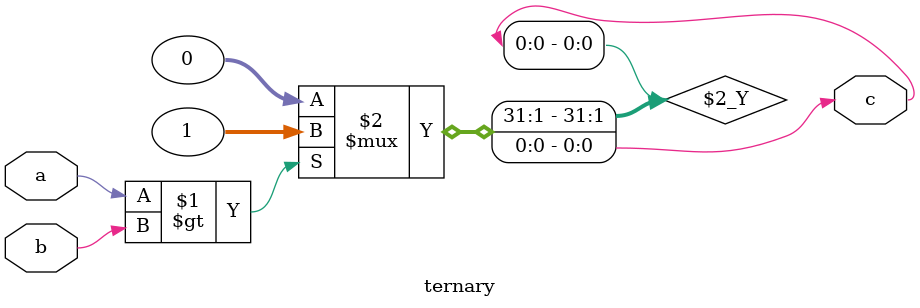
<source format=v>
`timescale 1ns / 1ps


module ternary(input a, input b, output c);
assign c = (a>b)?1:0;
endmodule

</source>
